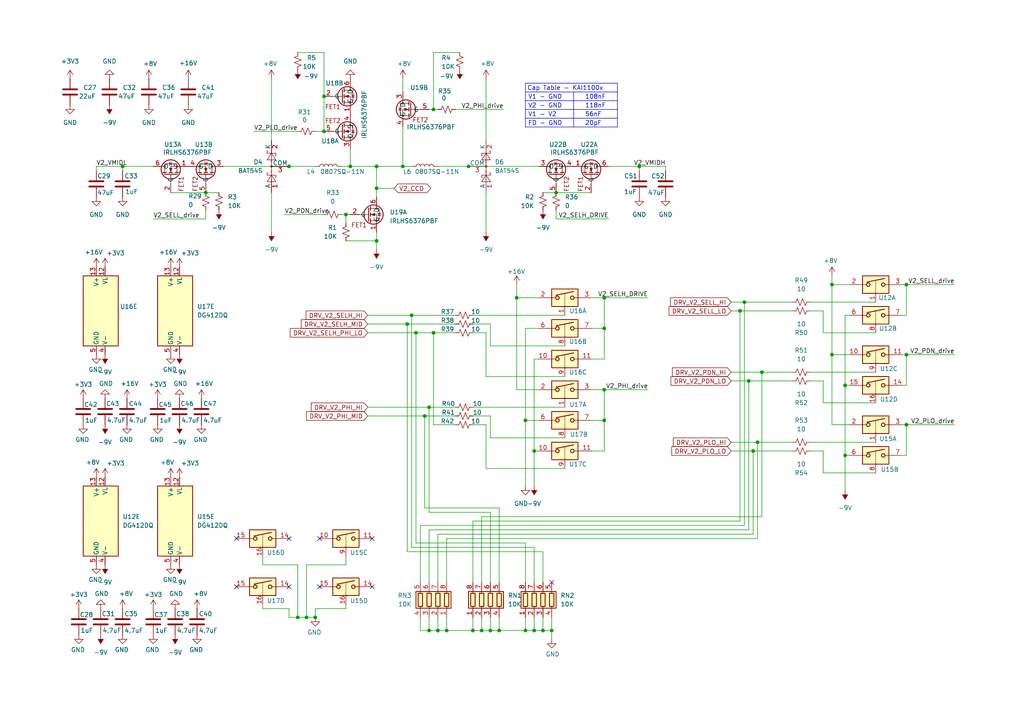
<source format=kicad_sch>
(kicad_sch (version 20231120) (generator "eeschema") (generator_version "8.0")
  (paper "A4")
  (title_block (title "Sitina 1 Sensor Board - V Adiabatic Drivers") (date "2024-03-25") (rev "R0.11") (company "Copyright 2024 Anhang Li, Wenting Zhang") (comment 2 "MERCHANTABILITY, SATISFACTORY QUALITY AND FITNESS FOR A PARTICULAR PURPOSE.") (comment 3 "This source is distributed WITHOUT ANY EXPRESS OR IMPLIED WARRANTY, INCLUDING OF") (comment 4 "This source describes Open Hardware and is licensed under the CERN-OHL-P v2."))
  (junction (at 262.89 82.55))
  (junction (at 214.63 90.17))
  (junction (at 125.73 96.52))
  (junction (at 101.6 48.26))
  (junction (at 88.9 179.07))
  (junction (at 35.56 48.26))
  (junction (at 175.26 121.92))
  (junction (at 123.19 120.65))
  (junction (at 129.54 182.88))
  (junction (at 109.22 54.61))
  (junction (at 93.98 38.1))
  (junction (at 219.71 128.27))
  (junction (at 119.38 91.44))
  (junction (at 116.84 48.26))
  (junction (at 245.11 132.08))
  (junction (at 245.11 111.76))
  (junction (at 125.73 31.75))
  (junction (at 91.44 179.07))
  (junction (at 161.29 55.88))
  (junction (at 262.89 123.19))
  (junction (at 218.44 130.81))
  (junction (at 215.9 87.63))
  (junction (at 139.7 182.88))
  (junction (at 83.82 48.26))
  (junction (at 135.89 48.26))
  (junction (at 152.4 182.88))
  (junction (at 118.11 93.98))
  (junction (at 124.46 182.88))
  (junction (at 109.22 48.26))
  (junction (at 124.46 118.11))
  (junction (at 154.94 182.88))
  (junction (at 137.16 182.88))
  (junction (at 175.26 95.25))
  (junction (at 175.26 86.36))
  (junction (at 220.98 107.95))
  (junction (at 152.4 121.92))
  (junction (at 144.78 182.88))
  (junction (at 59.69 55.88))
  (junction (at 241.3 82.55))
  (junction (at 157.48 182.88))
  (junction (at 127 182.88))
  (junction (at 154.94 130.81))
  (junction (at 160.02 182.88))
  (junction (at 217.17 110.49))
  (junction (at 100.33 62.23))
  (junction (at 109.22 69.85))
  (junction (at 86.36 179.07))
  (junction (at 175.26 113.03))
  (junction (at 149.86 86.36))
  (junction (at 241.3 102.87))
  (junction (at 185.42 48.26))
  (junction (at 93.98 27.94))
  (junction (at 120.65 96.52))
  (junction (at 142.24 182.88))
  (junction (at 262.89 102.87))
  (no_connect (at 68.58 156.21))
  (no_connect (at 107.95 156.21))
  (no_connect (at 92.71 156.21))
  (no_connect (at 83.82 170.18))
  (no_connect (at 68.58 170.18))
  (no_connect (at 83.82 156.21))
  (no_connect (at 107.95 170.18))
  (no_connect (at 160.02 168.91))
  (no_connect (at 92.71 170.18))
  (wire (pts (xy 109.22 48.26) (xy 109.22 54.61)))
  (wire (pts (xy 78.74 22.86) (xy 78.74 40.64)))
  (wire (pts (xy 139.7 179.07) (xy 139.7 182.88)))
  (wire (pts (xy 137.16 168.91) (xy 137.16 151.13)))
  (wire (pts (xy 63.5 55.88) (xy 59.69 55.88)))
  (wire (pts (xy 262.89 82.55) (xy 262.89 91.44)))
  (wire (pts (xy 35.56 48.26) (xy 35.56 49.53)))
  (wire (pts (xy 212.09 107.95) (xy 220.98 107.95)))
  (wire (pts (xy 234.95 87.63) (xy 254 87.63)))
  (wire (pts (xy 175.26 113.03) (xy 187.96 113.03)))
  (wire (pts (xy 185.42 48.26) (xy 185.42 49.53)))
  (wire (pts (xy 137.16 91.44) (xy 163.83 91.44)))
  (wire (pts (xy 44.45 63.5) (xy 59.69 63.5)))
  (wire (pts (xy 245.11 111.76) (xy 246.38 111.76)))
  (polyline (pts (xy 152.4 29.21) (xy 179.07 29.21)))
  (wire (pts (xy 142.24 148.59) (xy 142.24 168.91)))
  (wire (pts (xy 127 179.07) (xy 127 182.88)))
  (wire (pts (xy 129.54 156.21) (xy 129.54 168.91)))
  (wire (pts (xy 76.2 176.53) (xy 83.82 176.53)))
  (wire (pts (xy 59.69 63.5) (xy 59.69 60.96)))
  (wire (pts (xy 142.24 100.33) (xy 163.83 100.33)))
  (polyline (pts (xy 179.07 24.13) (xy 179.07 36.83)))
  (wire (pts (xy 261.62 123.19) (xy 262.89 123.19)))
  (wire (pts (xy 261.62 102.87) (xy 262.89 102.87)))
  (wire (pts (xy 142.24 127) (xy 163.83 127)))
  (wire (pts (xy 137.16 123.19) (xy 140.97 123.19)))
  (wire (pts (xy 118.11 160.02) (xy 157.48 160.02)))
  (wire (pts (xy 137.16 118.11) (xy 163.83 118.11)))
  (wire (pts (xy 245.11 132.08) (xy 246.38 132.08)))
  (wire (pts (xy 262.89 82.55) (xy 276.86 82.55)))
  (wire (pts (xy 93.98 15.24) (xy 86.36 15.24)))
  (wire (pts (xy 116.84 48.26) (xy 119.38 48.26)))
  (wire (pts (xy 154.94 158.75) (xy 154.94 168.91)))
  (wire (pts (xy 218.44 154.94) (xy 127 154.94)))
  (wire (pts (xy 124.46 153.67) (xy 124.46 168.91)))
  (wire (pts (xy 125.73 31.75) (xy 127 31.75)))
  (wire (pts (xy 101.6 43.18) (xy 101.6 48.26)))
  (wire (pts (xy 99.06 48.26) (xy 101.6 48.26)))
  (wire (pts (xy 163.83 135.89) (xy 140.97 135.89)))
  (wire (pts (xy 27.94 48.26) (xy 35.56 48.26)))
  (wire (pts (xy 245.11 142.24) (xy 245.11 132.08)))
  (wire (pts (xy 217.17 110.49) (xy 217.17 153.67)))
  (wire (pts (xy 245.11 132.08) (xy 245.11 111.76)))
  (wire (pts (xy 139.7 149.86) (xy 139.7 168.91)))
  (wire (pts (xy 241.3 80.01) (xy 241.3 82.55)))
  (wire (pts (xy 219.71 128.27) (xy 229.87 128.27)))
  (wire (pts (xy 120.65 96.52) (xy 120.65 157.48)))
  (wire (pts (xy 140.97 55.88) (xy 140.97 67.31)))
  (wire (pts (xy 149.86 86.36) (xy 156.21 86.36)))
  (wire (pts (xy 127 48.26) (xy 135.89 48.26)))
  (wire (pts (xy 88.9 163.83) (xy 100.33 163.83)))
  (wire (pts (xy 140.97 109.22) (xy 163.83 109.22)))
  (wire (pts (xy 106.68 120.65) (xy 123.19 120.65)))
  (wire (pts (xy 171.45 113.03) (xy 175.26 113.03)))
  (wire (pts (xy 124.46 182.88) (xy 121.92 182.88)))
  (wire (pts (xy 118.11 93.98) (xy 132.08 93.98)))
  (wire (pts (xy 218.44 130.81) (xy 218.44 154.94)))
  (wire (pts (xy 175.26 130.81) (xy 175.26 121.92)))
  (wire (pts (xy 262.89 91.44) (xy 261.62 91.44)))
  (wire (pts (xy 154.94 104.14) (xy 156.21 104.14)))
  (polyline (pts (xy 152.4 26.67) (xy 179.07 26.67)))
  (wire (pts (xy 109.22 48.26) (xy 116.84 48.26)))
  (wire (pts (xy 144.78 179.07) (xy 144.78 182.88)))
  (wire (pts (xy 241.3 82.55) (xy 246.38 82.55)))
  (wire (pts (xy 149.86 113.03) (xy 149.86 86.36)))
  (wire (pts (xy 171.45 55.88) (xy 161.29 55.88)))
  (wire (pts (xy 214.63 151.13) (xy 214.63 90.17)))
  (wire (pts (xy 135.89 48.26) (xy 156.21 48.26)))
  (wire (pts (xy 175.26 95.25) (xy 171.45 95.25)))
  (wire (pts (xy 125.73 96.52) (xy 132.08 96.52)))
  (wire (pts (xy 93.98 15.24) (xy 93.98 27.94)))
  (wire (pts (xy 49.53 55.88) (xy 59.69 55.88)))
  (wire (pts (xy 116.84 36.83) (xy 116.84 48.26)))
  (wire (pts (xy 86.36 179.07) (xy 88.9 179.07)))
  (wire (pts (xy 262.89 132.08) (xy 261.62 132.08)))
  (wire (pts (xy 129.54 182.88) (xy 127 182.88)))
  (wire (pts (xy 238.76 90.17) (xy 238.76 96.52)))
  (wire (pts (xy 152.4 95.25) (xy 156.21 95.25)))
  (wire (pts (xy 144.78 147.32) (xy 144.78 168.91)))
  (wire (pts (xy 93.98 27.94) (xy 93.98 38.1)))
  (wire (pts (xy 160.02 179.07) (xy 160.02 182.88)))
  (wire (pts (xy 157.48 179.07) (xy 157.48 182.88)))
  (polyline (pts (xy 179.07 36.83) (xy 152.4 36.83)))
  (wire (pts (xy 220.98 107.95) (xy 220.98 149.86)))
  (polyline (pts (xy 166.37 26.67) (xy 166.37 36.83)))
  (wire (pts (xy 83.82 48.26) (xy 91.44 48.26)))
  (wire (pts (xy 149.86 82.55) (xy 149.86 86.36)))
  (wire (pts (xy 212.09 87.63) (xy 215.9 87.63)))
  (wire (pts (xy 137.16 120.65) (xy 142.24 120.65)))
  (wire (pts (xy 123.19 120.65) (xy 123.19 147.32)))
  (wire (pts (xy 234.95 130.81) (xy 238.76 130.81)))
  (wire (pts (xy 83.82 176.53) (xy 83.82 179.07)))
  (wire (pts (xy 175.26 121.92) (xy 171.45 121.92)))
  (wire (pts (xy 124.46 31.75) (xy 125.73 31.75)))
  (polyline (pts (xy 152.4 24.13) (xy 179.07 24.13)))
  (wire (pts (xy 91.44 38.1) (xy 93.98 38.1)))
  (wire (pts (xy 137.16 93.98) (xy 142.24 93.98)))
  (wire (pts (xy 109.22 54.61) (xy 109.22 57.15)))
  (wire (pts (xy 119.38 158.75) (xy 154.94 158.75)))
  (wire (pts (xy 118.11 93.98) (xy 118.11 160.02)))
  (wire (pts (xy 171.45 130.81) (xy 175.26 130.81)))
  (wire (pts (xy 193.04 49.53) (xy 193.04 48.26)))
  (wire (pts (xy 220.98 107.95) (xy 229.87 107.95)))
  (wire (pts (xy 76.2 161.29) (xy 76.2 163.83)))
  (wire (pts (xy 106.68 91.44) (xy 119.38 91.44)))
  (wire (pts (xy 64.77 48.26) (xy 83.82 48.26)))
  (wire (pts (xy 175.26 95.25) (xy 175.26 104.14)))
  (wire (pts (xy 116.84 22.86) (xy 116.84 26.67)))
  (wire (pts (xy 152.4 140.97) (xy 152.4 121.92)))
  (wire (pts (xy 238.76 96.52) (xy 254 96.52)))
  (wire (pts (xy 100.33 176.53) (xy 100.33 175.26)))
  (wire (pts (xy 124.46 118.11) (xy 124.46 148.59)))
  (wire (pts (xy 175.26 86.36) (xy 175.26 95.25)))
  (wire (pts (xy 120.65 96.52) (xy 125.73 96.52)))
  (wire (pts (xy 124.46 148.59) (xy 142.24 148.59)))
  (wire (pts (xy 241.3 102.87) (xy 241.3 123.19)))
  (wire (pts (xy 152.4 182.88) (xy 144.78 182.88)))
  (wire (pts (xy 241.3 82.55) (xy 241.3 102.87)))
  (wire (pts (xy 82.55 62.23) (xy 93.98 62.23)))
  (wire (pts (xy 171.45 104.14) (xy 175.26 104.14)))
  (wire (pts (xy 215.9 152.4) (xy 215.9 87.63)))
  (wire (pts (xy 100.33 161.29) (xy 100.33 163.83)))
  (wire (pts (xy 101.6 48.26) (xy 109.22 48.26)))
  (polyline (pts (xy 152.4 31.75) (xy 179.07 31.75)))
  (wire (pts (xy 140.97 123.19) (xy 140.97 135.89)))
  (wire (pts (xy 125.73 15.24) (xy 133.35 15.24)))
  (wire (pts (xy 124.46 179.07) (xy 124.46 182.88)))
  (wire (pts (xy 106.68 118.11) (xy 124.46 118.11)))
  (wire (pts (xy 142.24 93.98) (xy 142.24 100.33)))
  (wire (pts (xy 262.89 102.87) (xy 262.89 111.76)))
  (wire (pts (xy 137.16 182.88) (xy 129.54 182.88)))
  (wire (pts (xy 86.36 38.1) (xy 73.66 38.1)))
  (wire (pts (xy 132.08 31.75) (xy 146.05 31.75)))
  (wire (pts (xy 88.9 163.83) (xy 88.9 179.07)))
  (wire (pts (xy 100.33 69.85) (xy 109.22 69.85)))
  (wire (pts (xy 132.08 123.19) (xy 125.73 123.19)))
  (wire (pts (xy 262.89 102.87) (xy 276.86 102.87)))
  (wire (pts (xy 27.94 49.53) (xy 27.94 48.26)))
  (wire (pts (xy 214.63 90.17) (xy 229.87 90.17)))
  (wire (pts (xy 220.98 149.86) (xy 139.7 149.86)))
  (wire (pts (xy 137.16 179.07) (xy 137.16 182.88)))
  (wire (pts (xy 142.24 182.88) (xy 139.7 182.88)))
  (wire (pts (xy 121.92 152.4) (xy 215.9 152.4)))
  (wire (pts (xy 125.73 15.24) (xy 125.73 31.75)))
  (wire (pts (xy 245.11 111.76) (xy 245.11 91.44)))
  (wire (pts (xy 91.44 176.53) (xy 100.33 176.53)))
  (wire (pts (xy 123.19 147.32) (xy 144.78 147.32)))
  (wire (pts (xy 234.95 110.49) (xy 238.76 110.49)))
  (polyline (pts (xy 152.4 34.29) (xy 179.07 34.29)))
  (wire (pts (xy 152.4 121.92) (xy 152.4 95.25)))
  (wire (pts (xy 100.33 62.23) (xy 100.33 64.77)))
  (wire (pts (xy 140.97 22.86) (xy 140.97 40.64)))
  (wire (pts (xy 127 154.94) (xy 127 168.91)))
  (wire (pts (xy 123.19 120.65) (xy 132.08 120.65)))
  (wire (pts (xy 238.76 116.84) (xy 254 116.84)))
  (wire (pts (xy 185.42 48.26) (xy 176.53 48.26)))
  (wire (pts (xy 262.89 123.19) (xy 276.86 123.19)))
  (wire (pts (xy 142.24 179.07) (xy 142.24 182.88)))
  (wire (pts (xy 217.17 153.67) (xy 124.46 153.67)))
  (wire (pts (xy 119.38 91.44) (xy 119.38 158.75)))
  (wire (pts (xy 125.73 96.52) (xy 125.73 123.19)))
  (wire (pts (xy 212.09 90.17) (xy 214.63 90.17)))
  (wire (pts (xy 157.48 55.88) (xy 161.29 55.88)))
  (wire (pts (xy 119.38 91.44) (xy 132.08 91.44)))
  (wire (pts (xy 175.26 113.03) (xy 175.26 121.92)))
  (wire (pts (xy 76.2 163.83) (xy 86.36 163.83)))
  (wire (pts (xy 161.29 63.5) (xy 161.29 60.96)))
  (wire (pts (xy 121.92 182.88) (xy 121.92 179.07)))
  (wire (pts (xy 142.24 120.65) (xy 142.24 127)))
  (wire (pts (xy 217.17 110.49) (xy 229.87 110.49)))
  (wire (pts (xy 109.22 72.39) (xy 109.22 69.85)))
  (wire (pts (xy 160.02 182.88) (xy 157.48 182.88)))
  (wire (pts (xy 88.9 179.07) (xy 91.44 179.07)))
  (wire (pts (xy 154.94 130.81) (xy 156.21 130.81)))
  (wire (pts (xy 99.06 62.23) (xy 100.33 62.23)))
  (wire (pts (xy 100.33 62.23) (xy 101.6 62.23)))
  (wire (pts (xy 241.3 102.87) (xy 246.38 102.87)))
  (polyline (pts (xy 152.4 24.13) (xy 152.4 36.83)))
  (wire (pts (xy 154.94 182.88) (xy 152.4 182.88)))
  (wire (pts (xy 76.2 175.26) (xy 76.2 176.53)))
  (wire (pts (xy 120.65 157.48) (xy 152.4 157.48)))
  (wire (pts (xy 245.11 91.44) (xy 246.38 91.44)))
  (wire (pts (xy 212.09 110.49) (xy 217.17 110.49)))
  (wire (pts (xy 234.95 128.27) (xy 254 128.27)))
  (wire (pts (xy 157.48 182.88) (xy 154.94 182.88)))
  (wire (pts (xy 176.53 63.5) (xy 161.29 63.5)))
  (wire (pts (xy 171.45 86.36) (xy 175.26 86.36)))
  (wire (pts (xy 154.94 179.07) (xy 154.94 182.88)))
  (wire (pts (xy 91.44 179.07) (xy 91.44 176.53)))
  (wire (pts (xy 83.82 179.07) (xy 86.36 179.07)))
  (wire (pts (xy 129.54 179.07) (xy 129.54 182.88)))
  (wire (pts (xy 238.76 130.81) (xy 238.76 137.16)))
  (wire (pts (xy 109.22 69.85) (xy 109.22 67.31)))
  (wire (pts (xy 218.44 130.81) (xy 229.87 130.81)))
  (wire (pts (xy 139.7 182.88) (xy 137.16 182.88)))
  (wire (pts (xy 175.26 86.36) (xy 187.96 86.36)))
  (wire (pts (xy 219.71 128.27) (xy 219.71 156.21)))
  (wire (pts (xy 121.92 168.91) (xy 121.92 152.4)))
  (wire (pts (xy 152.4 121.92) (xy 156.21 121.92)))
  (wire (pts (xy 154.94 130.81) (xy 154.94 104.14)))
  (wire (pts (xy 193.04 48.26) (xy 185.42 48.26)))
  (wire (pts (xy 152.4 157.48) (xy 152.4 168.91)))
  (wire (pts (xy 262.89 111.76) (xy 261.62 111.76)))
  (wire (pts (xy 241.3 123.19) (xy 246.38 123.19)))
  (wire (pts (xy 137.16 151.13) (xy 214.63 151.13)))
  (wire (pts (xy 212.09 130.81) (xy 218.44 130.81)))
  (wire (pts (xy 261.62 82.55) (xy 262.89 82.55)))
  (wire (pts (xy 106.68 96.52) (xy 120.65 96.52)))
  (wire (pts (xy 137.16 96.52) (xy 140.97 96.52)))
  (wire (pts (xy 157.48 160.02) (xy 157.48 168.91)))
  (wire (pts (xy 140.97 96.52) (xy 140.97 109.22)))
  (wire (pts (xy 262.89 123.19) (xy 262.89 132.08)))
  (wire (pts (xy 238.76 137.16) (xy 254 137.16)))
  (wire (pts (xy 109.22 54.61) (xy 114.3 54.61)))
  (wire (pts (xy 160.02 182.88) (xy 160.02 185.42)))
  (wire (pts (xy 234.95 90.17) (xy 238.76 90.17)))
  (wire (pts (xy 212.09 128.27) (xy 219.71 128.27)))
  (wire (pts (xy 35.56 48.26) (xy 44.45 48.26)))
  (wire (pts (xy 215.9 87.63) (xy 229.87 87.63)))
  (wire (pts (xy 78.74 55.88) (xy 78.74 67.31)))
  (wire (pts (xy 106.68 93.98) (xy 118.11 93.98)))
  (wire (pts (xy 127 182.88) (xy 124.46 182.88)))
  (wire (pts (xy 154.94 140.97) (xy 154.94 130.81)))
  (wire (pts (xy 86.36 163.83) (xy 86.36 179.07)))
  (wire (pts (xy 144.78 182.88) (xy 142.24 182.88)))
  (wire (pts (xy 152.4 179.07) (xy 152.4 182.88)))
  (wire (pts (xy 238.76 110.49) (xy 238.76 116.84)))
  (wire (pts (xy 156.21 113.03) (xy 149.86 113.03)))
  (wire (pts (xy 124.46 118.11) (xy 132.08 118.11)))
  (wire (pts (xy 219.71 156.21) (xy 129.54 156.21)))
  (wire (pts (xy 234.95 107.95) (xy 254 107.95)))
  (text "118nF" (at 169.672 31.496 0) (effects (font (size 1.27 1.27)) (justify left bottom)))
  (text "V1 - V2" (at 153.162 34.036 0) (effects (font (size 1.27 1.27)) (justify left bottom)))
  (text "Cap Table - KAI1100x" (at 152.908 26.416 0) (effects (font (size 1.27 1.27)) (justify left bottom)))
  (text "108nF" (at 169.672 28.956 0) (effects (font (size 1.27 1.27)) (justify left bottom)))
  (text "FD - GND" (at 153.162 36.576 0) (effects (font (size 1.27 1.27)) (justify left bottom)))
  (text "56nF" (at 169.672 34.036 0) (effects (font (size 1.27 1.27)) (justify left bottom)))
  (text "V2 - GND" (at 153.162 31.496 0) (effects (font (size 1.27 1.27)) (justify left bottom)))
  (text "20pF" (at 169.672 36.576 0) (effects (font (size 1.27 1.27)) (justify left bottom)))
  (text "V1 - GND" (at 153.162 28.956 0) (effects (font (size 1.27 1.27)) (justify left bottom)))
  (label "V2_SELH_DRIVE" (at 187.96 86.36 180))
  (label "V2_SELH_DRIVE" (at 176.53 63.5 180))
  (label "V2_SELL_drive" (at 276.86 82.55 180))
  (label "V2_PDN_drive" (at 276.86 102.87 180))
  (label "V2_PHI_drive" (at 146.05 31.75 180))
  (label "V2_PHI_drive" (at 187.96 113.03 180))
  (label "V2_VMIDL" (at 27.94 48.26 0))
  (label "V2_PLO_drive" (at 276.86 123.19 180))
  (label "V2_SELL_drive" (at 44.45 63.5 0))
  (label "V2_PDN_drive" (at 82.55 62.23 0))
  (label "V2_VMIDH" (at 193.04 48.26 180))
  (label "V2_PLO_drive" (at 73.66 38.1 0))
  (global_label "DRV_V2_PHI_MID" (shape input) (at 106.68 120.65 180) (property "Intersheetrefs" "${INTERSHEET_REFS}" (effects (hide yes))))
  (global_label "DRV_V2_SELL_LO" (shape input) (at 212.09 90.17 180) (property "Intersheetrefs" "${INTERSHEET_REFS}" (effects (hide yes))))
  (global_label "DRV_V2_SELH_MID" (shape input) (at 106.68 93.98 180) (property "Intersheetrefs" "${INTERSHEET_REFS}" (effects (hide yes))))
  (global_label "DRV_V2_PDN_LO" (shape input) (at 212.09 110.49 180) (property "Intersheetrefs" "${INTERSHEET_REFS}" (effects (hide yes))))
  (global_label "DRV_V2_PLO_LO" (shape input) (at 212.09 130.81 180) (property "Intersheetrefs" "${INTERSHEET_REFS}" (effects (hide yes))))
  (global_label "DRV_V2_SELL_HI" (shape input) (at 212.09 87.63 180) (property "Intersheetrefs" "${INTERSHEET_REFS}" (effects (hide yes))))
  (global_label "DRV_V2_PHI_HI" (shape input) (at 106.68 118.11 180) (property "Intersheetrefs" "${INTERSHEET_REFS}" (effects (hide yes))))
  (global_label "DRV_V2_SELH_PHI_LO" (shape input) (at 106.68 96.52 180) (property "Intersheetrefs" "${INTERSHEET_REFS}" (effects (hide yes))))
  (global_label "DRV_V2_PDN_HI" (shape input) (at 212.09 107.95 180) (property "Intersheetrefs" "${INTERSHEET_REFS}" (effects (hide yes))))
  (global_label "V2_CCD" (shape bidirectional) (at 114.3 54.61 0) (property "Intersheetrefs" "${INTERSHEET_REFS}" (effects (hide yes))))
  (global_label "DRV_V2_PLO_HI" (shape input) (at 212.09 128.27 180) (property "Intersheetrefs" "${INTERSHEET_REFS}" (effects (hide yes))))
  (global_label "DRV_V2_SELH_HI" (shape input) (at 106.68 91.44 180) (property "Intersheetrefs" "${INTERSHEET_REFS}" (effects (hide yes))))
  (symbol (lib_name "GND_1") (lib_id "power:GND") (at 27.94 57.15 0) (unit 1)
    (property "Reference" "#PWR0102" (effects (hide yes)))
    (property "Value" "GND" (at 27.94 62.23 0))
    (property "Description" "Power symbol creates a global label with name \"GND\" , ground" (effects (hide yes)))
  )
  (symbol (lib_id "Device:C") (at 35.56 180.34 180) (unit 1)
    (property "Reference" "C35" (at 36.068 178.054 0) (effects (justify right)))
    (property "Value" "4.7uF" (at 36.068 182.88 0) (effects (justify right)))
    (property "Footprint" "Capacitor_SMD:C_0603_1608Metric" (effects (hide yes)))
  )
  (symbol (lib_id "power:GND") (at 22.86 184.15 0) (mirror y) (unit 1)
    (property "Reference" "#PWR0101" (effects (hide yes)))
    (property "Value" "GND" (at 22.606 188.468 0))
  )
  (symbol (lib_id "Device:C") (at 20.32 26.67 180) (unit 1)
    (property "Reference" "C27" (at 24.13 25.4 0) (effects (justify right)))
    (property "Value" "22uF" (at 22.86 27.94 0) (effects (justify right)))
    (property "Footprint" "Capacitor_SMD:C_0805_2012Metric" (effects (hide yes)))
  )
  (symbol (lib_id "power:+3V3") (at 24.13 115.57 0) (unit 1)
    (property "Reference" "#PWR0132" (effects (hide yes)))
    (property "Value" "+3V3" (at 24.13 111.506 0))
    (property "Description" "Power symbol creates a global label with name \"+3V3\"" (effects (hide yes)))
  )
  (symbol (lib_id "power:+8V") (at 241.3 80.01 0) (mirror y) (unit 1)
    (property "Reference" "#PWR0187" (effects (hide yes)))
    (property "Value" "+8V" (at 240.919 75.6158 0))
  )
  (symbol (lib_id "Analog_Switch:DG412xY") (at 100.33 156.21 0) (unit 3)
    (property "Reference" "U15" (at 104.14 160.274 0))
    (property "Value" "DG412DQ" (effects (hide yes)))
    (property "Footprint" "Package_SO:TSSOP-16_4.4x5mm_P0.65mm" (effects (hide yes)))
    (property "Datasheet" "https://datasheets.maximintegrated.com/en/ds/DG411-DG413.pdf" (effects (hide yes)))
    (property "Description" "Quad SPST Monolithic CMOS Analog Switches, normally OFF, 17Ohm Ron, SOIC-16" (effects (hide yes)))
  )
  (symbol (lib_id "Device:C") (at 24.13 119.38 180) (unit 1)
    (property "Reference" "C42" (at 24.384 117.348 0) (effects (justify right)))
    (property "Value" "1uF" (at 24.638 121.92 0) (effects (justify right)))
    (property "Footprint" "Capacitor_SMD:C_0402_1005Metric" (effects (hide yes)))
  )
  (symbol (lib_id "Analog_Switch:DG412xY") (at 163.83 121.92 0) (unit 2)
    (property "Reference" "U17" (at 167.894 125.984 0))
    (property "Value" "DG412DQ" (effects (hide yes)))
    (property "Footprint" "Package_SO:TSSOP-16_4.4x5mm_P0.65mm" (effects (hide yes)))
    (property "Datasheet" "https://datasheets.maximintegrated.com/en/ds/DG411-DG413.pdf" (effects (hide yes)))
    (property "Description" "Quad SPST Monolithic CMOS Analog Switches, normally OFF, 17Ohm Ron, SOIC-16" (effects (hide yes)))
  )
  (symbol (lib_id "power:+8V") (at 78.74 22.86 0) (mirror y) (unit 1)
    (property "Reference" "#PWR0140" (effects (hide yes)))
    (property "Value" "+8V" (at 78.359 18.4658 0))
  )
  (symbol (lib_id "power:GND") (at 36.83 123.19 0) (mirror y) (unit 1)
    (property "Reference" "#PWR0145" (effects (hide yes)))
    (property "Value" "GND" (at 36.576 127.508 0))
  )
  (symbol (lib_id "Device:C") (at 44.45 180.34 180) (unit 1)
    (property "Reference" "C37" (at 44.704 178.308 0) (effects (justify right)))
    (property "Value" "1uF" (at 44.958 182.88 0) (effects (justify right)))
    (property "Footprint" "Capacitor_SMD:C_0402_1005Metric" (effects (hide yes)))
  )
  (symbol (lib_id "Diode:BAT54S") (at 78.74 48.26 90) (unit 1)
    (property "Reference" "D4" (at 76.2 46.99 90) (effects (justify left)))
    (property "Value" "BAT54S" (at 76.2 49.53 90) (effects (justify left)))
    (property "Footprint" "Package_TO_SOT_SMD:SOT-23" (effects (hide yes)))
    (property "Datasheet" "https://www.diodes.com/assets/Datasheets/ds11005.pdf" (effects (hide yes)))
  )
  (symbol (lib_id "symbols:+16V") (at 149.86 82.55 0) (unit 1)
    (property "Reference" "#PWR0173" (effects (hide yes)))
    (property "Value" "+16V" (at 147.066 78.74 0) (effects (justify left)))
  )
  (symbol (lib_name "DG412xY_5") (lib_id "Analog_Switch:DG412xY") (at 163.83 95.25 0) (unit 2)
    (property "Reference" "U16" (at 167.64 99.06 0))
    (property "Value" "DG412DQ" (effects (hide yes)))
    (property "Footprint" "Package_SO:TSSOP-16_4.4x5mm_P0.65mm" (effects (hide yes)))
    (property "Datasheet" "https://datasheets.maximintegrated.com/en/ds/DG411-DG413.pdf" (effects (hide yes)))
    (property "Description" "Quad SPST Monolithic CMOS Analog Switches, normally OFF, 17Ohm Ron, SOIC-16" (effects (hide yes)))
  )
  (symbol (lib_id "power:GND") (at 35.56 184.15 0) (mirror y) (unit 1)
    (property "Reference" "#PWR0115" (effects (hide yes)))
    (property "Value" "GND" (at 35.306 188.468 0))
  )
  (symbol (lib_id "power:+3V3") (at 30.48 138.43 0) (mirror y) (unit 1)
    (property "Reference" "#PWR0108" (effects (hide yes)))
    (property "Value" "+3V3" (at 33.528 134.366 0))
    (property "Description" "Power symbol creates a global label with name \"+3V3\"" (effects (hide yes)))
  )
  (symbol (lib_id "Device:R_Small_US") (at 133.35 17.78 180) (unit 1)
    (property "Reference" "R4" (at 128.016 16.764 0) (effects (justify right)))
    (property "Value" "10K" (at 128.016 19.304 0) (effects (justify right)))
    (property "Footprint" "Resistor_SMD:R_0402_1005Metric" (effects (hide yes)))
    (property "Description" "Resistor, small US symbol" (effects (hide yes)))
  )
  (symbol (lib_id "power:+8V") (at 49.53 138.43 0) (unit 1)
    (property "Reference" "#PWR0120" (effects (hide yes)))
    (property "Value" "+8V" (at 48.514 134.112 0))
  )
  (symbol (lib_id "symbols:+16V") (at 54.61 22.86 0) (unit 1)
    (property "Reference" "#PWR0130" (effects (hide yes)))
    (property "Value" "+16V" (at 54.61 18.288 0))
  )
  (symbol (lib_id "symbols:+16V") (at 27.94 77.47 0) (mirror y) (unit 1)
    (property "Reference" "#PWR0134" (effects (hide yes)))
    (property "Value" "+16V" (at 27.178 73.152 0))
  )
  (symbol (lib_id "Device:R_Pack04") (at 157.48 173.99 0) (unit 1)
    (property "Reference" "RN2" (at 162.56 172.7199 0) (effects (justify left)))
    (property "Value" "10K" (at 162.56 175.2599 0) (effects (justify left)))
    (property "Footprint" "Resistor_SMD:R_Array_Concave_4x0402" (effects (hide yes)))
    (property "Description" "4 resistor network, parallel topology" (effects (hide yes)))
  )
  (symbol (lib_id "power:-9V") (at 154.94 140.97 0) (mirror x) (unit 1)
    (property "Reference" "#PWR0178" (effects (hide yes)))
    (property "Value" "-9V" (at 154.94 146.05 0))
  )
  (symbol (lib_id "power:-9V") (at 30.48 123.19 180) (unit 1)
    (property "Reference" "#PWR0139" (effects (hide yes)))
    (property "Value" "-9V" (at 30.48 128.27 0))
  )
  (symbol (lib_id "power:-9V") (at 157.48 60.96 0) (mirror x) (unit 1)
    (property "Reference" "#PWR03" (effects (hide yes)))
    (property "Value" "-9V" (at 157.48 66.04 0))
  )
  (symbol (lib_name "GND_1") (lib_id "power:GND") (at 101.6 22.86 180) (unit 1)
    (property "Reference" "#PWR0154" (effects (hide yes)))
    (property "Value" "GND" (at 101.6 17.78 0))
    (property "Description" "Power symbol creates a global label with name \"GND\" , ground" (effects (hide yes)))
  )
  (symbol (lib_id "Device:C") (at 35.56 53.34 0) (unit 1)
    (property "Reference" "C33" (at 36.068 51.054 0) (effects (justify left)))
    (property "Value" "1uF" (at 36.322 55.626 0) (effects (justify left)))
    (property "Footprint" "Capacitor_SMD:C_0603_1608Metric" (effects (hide yes)))
    (property "Description" "Unpolarized capacitor" (effects (hide yes)))
  )
  (symbol (lib_id "power:GND") (at 160.02 185.42 0) (unit 1)
    (property "Reference" "#PWR02" (effects (hide yes)))
    (property "Value" "GND" (at 160.274 189.738 0))
  )
  (symbol (lib_name "DG412xY_1") (lib_id "Analog_Switch:DG412xY") (at 27.94 90.17 0) (unit 5)
    (property "Reference" "U16" (at 37.338 88.9 0))
    (property "Value" "DG412DQ" (effects (hide yes)))
    (property "Footprint" "Package_SO:TSSOP-16_4.4x5mm_P0.65mm" (effects (hide yes)))
    (property "Datasheet" "https://datasheets.maximintegrated.com/en/ds/DG411-DG413.pdf" (effects (hide yes)))
    (property "Description" "Quad SPST Monolithic CMOS Analog Switches, normally OFF, 17Ohm Ron, SOIC-16" (effects (hide yes)))
  )
  (symbol (lib_id "power:+3V3") (at 44.45 176.53 0) (unit 1)
    (property "Reference" "#PWR0118" (effects (hide yes)))
    (property "Value" "+3V3" (at 44.45 172.466 0))
    (property "Description" "Power symbol creates a global label with name \"+3V3\"" (effects (hide yes)))
  )
  (symbol (lib_id "Analog_Switch:DG412xY") (at 27.94 151.13 0) (unit 5)
    (property "Reference" "U12" (at 35.56 149.8599 0) (effects (justify left)))
    (property "Value" "DG412DQ" (at 35.56 152.3999 0) (effects (justify left)))
    (property "Footprint" "Package_SO:TSSOP-16_4.4x5mm_P0.65mm" (effects (hide yes)))
    (property "Datasheet" "https://datasheets.maximintegrated.com/en/ds/DG411-DG413.pdf" (effects (hide yes)))
    (property "Description" "Quad SPST Monolithic CMOS Analog Switches, normally OFF, 17Ohm Ron, SOIC-16" (effects (hide yes)))
  )
  (symbol (lib_id "power:+8V") (at 116.84 22.86 0) (unit 1)
    (property "Reference" "#PWR0164" (effects (hide yes)))
    (property "Value" "+8V" (at 117.221 18.4658 0))
  )
  (symbol (lib_id "Device:R_Small_US") (at 232.41 128.27 90) (unit 1)
    (property "Reference" "R53" (at 232.41 121.92 90))
    (property "Value" "10" (at 232.41 124.46 90))
    (property "Footprint" "Resistor_SMD:R_0402_1005Metric" (effects (hide yes)))
    (property "Description" "Resistor, small US symbol" (effects (hide yes)))
  )
  (symbol (lib_id "symbols:IRLHS6376PBF") (at 161.29 48.26 90) (unit 2)
    (property "Reference" "U22" (at 161.8643 41.91 90))
    (property "Value" "IRLHS6376PBF" (at 166.624 44.196 90))
    (property "Footprint" "Package_DFN_QFN:DFN-6-1EP_2x2mm_P0.65mm_EP1.01x1.7mm" (effects (hide yes)))
    (property "Datasheet" "https://www.infineon.com/dgdl/irlhs6376pbf.pdf?fileId=5546d462533600a401535663bef425af" (effects (hide yes)))
    (property "Description" "IRF HEXFET Power NMOS pair" (effects (hide yes)))
  )
  (symbol (lib_id "Device:C") (at 31.75 26.67 180) (unit 1)
    (property "Reference" "C32" (at 35.56 25.4 0) (effects (justify right)))
    (property "Value" "47uF" (at 34.29 27.94 0) (effects (justify right)))
    (property "Footprint" "Capacitor_SMD:C_0805_2012Metric" (effects (hide yes)))
  )
  (symbol (lib_id "symbols:+16V") (at 58.42 115.57 0) (unit 1)
    (property "Reference" "#PWR0155" (effects (hide yes)))
    (property "Value" "+16V" (at 59.182 111.252 0))
  )
  (symbol (lib_id "Device:L") (at 95.25 48.26 90) (unit 1)
    (property "Reference" "L4" (at 90.17 49.784 90))
    (property "Value" "0807SQ-11N" (at 99.314 49.784 90))
    (property "Footprint" "footprints:Coilcraft_0807SQ-11N" (effects (hide yes)))
    (property "Description" "Coilcraft SQ Series Aircore Inductor" (effects (hide yes)))
  )
  (symbol (lib_id "Device:C") (at 57.15 180.34 180) (unit 1)
    (property "Reference" "C40" (at 57.658 178.054 0) (effects (justify right)))
    (property "Value" "4.7uF" (at 57.658 182.88 0) (effects (justify right)))
    (property "Footprint" "Capacitor_SMD:C_0603_1608Metric" (effects (hide yes)))
  )
  (symbol (lib_name "IRLHS6376PBF_1") (lib_id "symbols:IRLHS6376PBF") (at 101.6 27.94 0) (unit 1)
    (property "Reference" "U18" (at 95.758 40.894 0))
    (property "Value" "IRLHS6376PBF" (at 105.664 33.274 90))
    (property "Footprint" "Package_DFN_QFN:DFN-6-1EP_2x2mm_P0.65mm_EP1.01x1.7mm" (effects (hide yes)))
    (property "Datasheet" "https://www.infineon.com/dgdl/irlhs6376pbf.pdf?fileId=5546d462533600a401535663bef425af" (effects (hide yes)))
    (property "Description" "IRF HEXFET Power NMOS pair" (effects (hide yes)))
  )
  (symbol (lib_id "Analog_Switch:DG412xY") (at 254 123.19 0) (unit 1)
    (property "Reference" "U15" (at 257.556 127.254 0))
    (property "Value" "DG412DQ" (effects (hide yes)))
    (property "Footprint" "Package_SO:TSSOP-16_4.4x5mm_P0.65mm" (effects (hide yes)))
    (property "Datasheet" "https://datasheets.maximintegrated.com/en/ds/DG411-DG413.pdf" (effects (hide yes)))
    (property "Description" "Quad SPST Monolithic CMOS Analog Switches, normally OFF, 17Ohm Ron, SOIC-16" (effects (hide yes)))
  )
  (symbol (lib_id "power:GND") (at 45.72 123.19 0) (mirror y) (unit 1)
    (property "Reference" "#PWR0147" (effects (hide yes)))
    (property "Value" "GND" (at 45.466 127.508 0))
  )
  (symbol (lib_id "Device:R_Small_US") (at 134.62 123.19 270) (unit 1)
    (property "Reference" "R42" (at 129.794 122.174 90))
    (property "Value" "10" (at 137.922 122.174 90))
    (property "Footprint" "Resistor_SMD:R_0402_1005Metric" (effects (hide yes)))
    (property "Description" "Resistor, small US symbol" (effects (hide yes)))
  )
  (symbol (lib_name "DG412xY_3") (lib_id "Analog_Switch:DG412xY") (at 163.83 104.14 0) (unit 3)
    (property "Reference" "U16" (at 167.64 107.95 0))
    (property "Value" "DG412DQ" (effects (hide yes)))
    (property "Footprint" "Package_SO:TSSOP-16_4.4x5mm_P0.65mm" (effects (hide yes)))
    (property "Datasheet" "https://datasheets.maximintegrated.com/en/ds/DG411-DG413.pdf" (effects (hide yes)))
    (property "Description" "Quad SPST Monolithic CMOS Analog Switches, normally OFF, 17Ohm Ron, SOIC-16" (effects (hide yes)))
  )
  (symbol (lib_id "Device:R_Small_US") (at 134.62 93.98 270) (unit 1)
    (property "Reference" "R38" (at 129.794 92.964 90))
    (property "Value" "10" (at 137.922 92.964 90))
    (property "Footprint" "Resistor_SMD:R_0402_1005Metric" (effects (hide yes)))
    (property "Description" "Resistor, small US symbol" (effects (hide yes)))
  )
  (symbol (lib_id "symbols:IRLHS6376PBF") (at 171.45 48.26 270) (mirror x) (unit 1)
    (property "Reference" "U22" (at 170.8757 41.91 90))
    (property "Value" "IRLHS6376PBF" (effects (hide yes)))
    (property "Footprint" "Package_DFN_QFN:DFN-6-1EP_2x2mm_P0.65mm_EP1.01x1.7mm" (effects (hide yes)))
    (property "Datasheet" "https://www.infineon.com/dgdl/irlhs6376pbf.pdf?fileId=5546d462533600a401535663bef425af" (effects (hide yes)))
    (property "Description" "IRF HEXFET Power NMOS pair" (effects (hide yes)))
  )
  (symbol (lib_id "Device:R_Small_US") (at 86.36 17.78 0) (mirror x) (unit 1)
    (property "Reference" "R5" (at 91.694 16.764 0) (effects (justify right)))
    (property "Value" "10K" (at 91.694 19.304 0) (effects (justify right)))
    (property "Footprint" "Resistor_SMD:R_0402_1005Metric" (effects (hide yes)))
    (property "Description" "Resistor, small US symbol" (effects (hide yes)))
  )
  (symbol (lib_id "Device:R_Small_US") (at 100.33 67.31 0) (mirror x) (unit 1)
    (property "Reference" "R1" (at 97.79 66.0399 0) (effects (justify right)))
    (property "Value" "10K" (at 97.79 68.5799 0) (effects (justify right)))
    (property "Footprint" "Resistor_SMD:R_0402_1005Metric" (effects (hide yes)))
    (property "Description" "Resistor, small US symbol" (effects (hide yes)))
  )
  (symbol (lib_id "power:+3V3") (at 20.32 22.86 0) (unit 1)
    (property "Reference" "#PWR098" (effects (hide yes)))
    (property "Value" "+3V3" (at 20.32 17.78 0))
    (property "Description" "Power symbol creates a global label with name \"+3V3\"" (effects (hide yes)))
  )
  (symbol (lib_id "power:-9V") (at 86.36 20.32 0) (mirror x) (unit 1)
    (property "Reference" "#PWR06" (effects (hide yes)))
    (property "Value" "-9V" (at 90.17 22.098 0))
  )
  (symbol (lib_id "power:GND") (at 27.94 163.83 0) (mirror y) (unit 1)
    (property "Reference" "#PWR0105" (effects (hide yes)))
    (property "Value" "GND" (at 27.686 168.148 0))
  )
  (symbol (lib_id "power:-9V") (at 52.07 102.87 180) (unit 1)
    (property "Reference" "#PWR0151" (effects (hide yes)))
    (property "Value" "-9V" (at 52.07 107.95 0))
  )
  (symbol (lib_id "Device:R_Pack04") (at 124.46 173.99 0) (mirror y) (unit 1)
    (property "Reference" "RN3" (at 119.38 172.7199 0) (effects (justify left)))
    (property "Value" "10K" (at 119.38 175.2599 0) (effects (justify left)))
    (property "Footprint" "Resistor_SMD:R_Array_Concave_4x0402" (effects (hide yes)))
    (property "Description" "4 resistor network, parallel topology" (effects (hide yes)))
  )
  (symbol (lib_id "Device:R_Small_US") (at 59.69 58.42 0) (unit 1)
    (property "Reference" "R29" (at 54.61 56.896 0) (effects (justify left)))
    (property "Value" "0" (at 54.61 59.436 0) (effects (justify left)))
    (property "Footprint" "Resistor_SMD:R_0402_1005Metric" (effects (hide yes)))
    (property "Description" "Resistor, small US symbol" (effects (hide yes)))
  )
  (symbol (lib_id "Device:C") (at 58.42 119.38 180) (unit 1)
    (property "Reference" "C47" (at 58.928 117.094 0) (effects (justify right)))
    (property "Value" "4.7uF" (at 58.928 121.92 0) (effects (justify right)))
    (property "Footprint" "Capacitor_SMD:C_0603_1608Metric" (effects (hide yes)))
  )
  (symbol (lib_id "power:-9V") (at 109.22 72.39 180) (unit 1)
    (property "Reference" "#PWR0157" (effects (hide yes)))
    (property "Value" "-9V" (at 109.22 77.47 0))
  )
  (symbol (lib_id "power:-9V") (at 30.48 102.87 180) (unit 1)
    (property "Reference" "#PWR0137" (effects (hide yes)))
    (property "Value" "-9V" (at 30.48 107.95 0))
  )
  (symbol (lib_name "DG412xY_4") (lib_id "Analog_Switch:DG412xY") (at 163.83 86.36 0) (unit 1)
    (property "Reference" "U16" (at 167.64 90.17 0))
    (property "Value" "DG412DQ" (effects (hide yes)))
    (property "Footprint" "Package_SO:TSSOP-16_4.4x5mm_P0.65mm" (effects (hide yes)))
    (property "Datasheet" "https://datasheets.maximintegrated.com/en/ds/DG411-DG413.pdf" (effects (hide yes)))
    (property "Description" "Quad SPST Monolithic CMOS Analog Switches, normally OFF, 17Ohm Ron, SOIC-16" (effects (hide yes)))
  )
  (symbol (lib_id "power:GND") (at 49.53 163.83 0) (mirror y) (unit 1)
    (property "Reference" "#PWR0121" (effects (hide yes)))
    (property "Value" "GND" (at 49.276 168.148 0))
  )
  (symbol (lib_id "Analog_Switch:DG412xY") (at 254 82.55 0) (unit 1)
    (property "Reference" "U12" (at 257.302 86.36 0))
    (property "Value" "DG412DQ" (effects (hide yes)))
    (property "Footprint" "Package_SO:TSSOP-16_4.4x5mm_P0.65mm" (effects (hide yes)))
    (property "Datasheet" "https://datasheets.maximintegrated.com/en/ds/DG411-DG413.pdf" (effects (hide yes)))
    (property "Description" "Quad SPST Monolithic CMOS Analog Switches, normally OFF, 17Ohm Ron, SOIC-16" (effects (hide yes)))
  )
  (symbol (lib_id "Analog_Switch:DG412xY") (at 254 111.76 0) (unit 4)
    (property "Reference" "U12" (at 257.81 115.824 0))
    (property "Value" "DG412DQ" (effects (hide yes)))
    (property "Footprint" "Package_SO:TSSOP-16_4.4x5mm_P0.65mm" (effects (hide yes)))
    (property "Datasheet" "https://datasheets.maximintegrated.com/en/ds/DG411-DG413.pdf" (effects (hide yes)))
    (property "Description" "Quad SPST Monolithic CMOS Analog Switches, normally OFF, 17Ohm Ron, SOIC-16" (effects (hide yes)))
  )
  (symbol (lib_id "power:-9V") (at 30.48 163.83 180) (unit 1)
    (property "Reference" "#PWR0109" (effects (hide yes)))
    (property "Value" "-9V" (at 30.48 168.91 0))
  )
  (symbol (lib_id "power:GND") (at 152.4 140.97 0) (mirror y) (unit 1)
    (property "Reference" "#PWR0177" (effects (hide yes)))
    (property "Value" "GND" (at 151.13 146.05 0))
  )
  (symbol (lib_name "GND_1") (lib_id "power:GND") (at 185.42 57.15 0) (mirror y) (unit 1)
    (property "Reference" "#PWR0179" (effects (hide yes)))
    (property "Value" "GND" (at 185.42 62.23 0))
    (property "Description" "Power symbol creates a global label with name \"GND\" , ground" (effects (hide yes)))
  )
  (symbol (lib_id "power:GND") (at 44.45 184.15 0) (mirror y) (unit 1)
    (property "Reference" "#PWR0119" (effects (hide yes)))
    (property "Value" "GND" (at 44.196 188.468 0))
  )
  (symbol (lib_id "Device:R_Small_US") (at 134.62 118.11 90) (unit 1)
    (property "Reference" "R40" (at 130.048 117.094 90))
    (property "Value" "10" (at 138.43 117.094 90))
    (property "Footprint" "Resistor_SMD:R_0402_1005Metric" (effects (hide yes)))
    (property "Description" "Resistor, small US symbol" (effects (hide yes)))
  )
  (symbol (lib_id "power:+3V3") (at 52.07 138.43 0) (mirror y) (unit 1)
    (property "Reference" "#PWR0124" (effects (hide yes)))
    (property "Value" "+3V3" (at 55.118 134.366 0))
    (property "Description" "Power symbol creates a global label with name \"+3V3\"" (effects (hide yes)))
  )
  (symbol (lib_id "symbols:IRLHS6376PBF") (at 59.69 48.26 270) (mirror x) (unit 2)
    (property "Reference" "U13" (at 59.1157 41.91 90))
    (property "Value" "IRLHS6376PBF" (at 54.356 44.196 90))
    (property "Footprint" "Package_DFN_QFN:DFN-6-1EP_2x2mm_P0.65mm_EP1.01x1.7mm" (effects (hide yes)))
    (property "Datasheet" "https://www.infineon.com/dgdl/irlhs6376pbf.pdf?fileId=5546d462533600a401535663bef425af" (effects (hide yes)))
    (property "Description" "IRF HEXFET Power NMOS pair" (effects (hide yes)))
  )
  (symbol (lib_id "symbols:+16V") (at 36.83 115.57 0) (unit 1)
    (property "Reference" "#PWR0144" (effects (hide yes)))
    (property "Value" "+16V" (at 37.592 111.252 0))
  )
  (symbol (lib_id "Device:R_Small_US") (at 63.5 58.42 180) (unit 1)
    (property "Reference" "R3" (at 66.04 57.1499 0) (effects (justify right)))
    (property "Value" "10K" (at 66.04 59.6899 0) (effects (justify right)))
    (property "Footprint" "Resistor_SMD:R_0402_1005Metric" (effects (hide yes)))
    (property "Description" "Resistor, small US symbol" (effects (hide yes)))
  )
  (symbol (lib_id "power:GND") (at 30.48 115.57 0) (mirror x) (unit 1)
    (property "Reference" "#PWR0138" (effects (hide yes)))
    (property "Value" "GND" (at 30.734 111.252 0))
  )
  (symbol (lib_id "power:-9V") (at 245.11 142.24 0) (mirror x) (unit 1)
    (property "Reference" "#PWR0192" (effects (hide yes)))
    (property "Value" "-9V" (at 245.11 147.32 0))
  )
  (symbol (lib_id "Device:R_Small_US") (at 232.41 130.81 270) (unit 1)
    (property "Reference" "R54" (at 232.41 137.16 90))
    (property "Value" "10" (at 232.41 134.62 90))
    (property "Footprint" "Resistor_SMD:R_0402_1005Metric" (effects (hide yes)))
    (property "Description" "Resistor, small US symbol" (effects (hide yes)))
  )
  (symbol (lib_id "Analog_Switch:DG412xY") (at 163.83 130.81 0) (unit 3)
    (property "Reference" "U17" (at 167.64 134.62 0))
    (property "Value" "DG412DQ" (effects (hide yes)))
    (property "Footprint" "Package_SO:TSSOP-16_4.4x5mm_P0.65mm" (effects (hide yes)))
    (property "Datasheet" "https://datasheets.maximintegrated.com/en/ds/DG411-DG413.pdf" (effects (hide yes)))
    (property "Description" "Quad SPST Monolithic CMOS Analog Switches, normally OFF, 17Ohm Ron, SOIC-16" (effects (hide yes)))
  )
  (symbol (lib_id "Device:C") (at 36.83 119.38 180) (unit 1)
    (property "Reference" "C44" (at 37.338 117.094 0) (effects (justify right)))
    (property "Value" "4.7uF" (at 37.338 121.92 0) (effects (justify right)))
    (property "Footprint" "Capacitor_SMD:C_0603_1608Metric" (effects (hide yes)))
  )
  (symbol (lib_id "Device:C") (at 30.48 119.38 180) (unit 1)
    (property "Reference" "C43" (at 30.734 117.094 0) (effects (justify right)))
    (property "Value" "4.7uF" (at 30.988 121.92 0) (effects (justify right)))
    (property "Footprint" "Capacitor_SMD:C_0603_1608Metric" (effects (hide yes)))
  )
  (symbol (lib_id "power:GND") (at 24.13 123.19 0) (mirror y) (unit 1)
    (property "Reference" "#PWR0133" (effects (hide yes)))
    (property "Value" "GND" (at 23.876 127.508 0))
  )
  (symbol (lib_id "Analog_Switch:DG412xY") (at 76.2 156.21 0) (unit 4)
    (property "Reference" "U16" (at 80.01 160.274 0))
    (property "Value" "DG412DQ" (effects (hide yes)))
    (property "Footprint" "Package_SO:TSSOP-16_4.4x5mm_P0.65mm" (effects (hide yes)))
    (property "Datasheet" "https://datasheets.maximintegrated.com/en/ds/DG411-DG413.pdf" (effects (hide yes)))
    (property "Description" "Quad SPST Monolithic CMOS Analog Switches, normally OFF, 17Ohm Ron, SOIC-16" (effects (hide yes)))
  )
  (symbol (lib_id "Analog_Switch:DG412xY") (at 76.2 170.18 0) (unit 4)
    (property "Reference" "U17" (at 80.01 174.244 0))
    (property "Value" "DG412DQ" (effects (hide yes)))
    (property "Footprint" "Package_SO:TSSOP-16_4.4x5mm_P0.65mm" (effects (hide yes)))
    (property "Datasheet" "https://datasheets.maximintegrated.com/en/ds/DG411-DG413.pdf" (effects (hide yes)))
    (property "Description" "Quad SPST Monolithic CMOS Analog Switches, normally OFF, 17Ohm Ron, SOIC-16" (effects (hide yes)))
  )
  (symbol (lib_id "Device:R_Small_US") (at 232.41 107.95 90) (unit 1)
    (property "Reference" "R51" (at 232.41 101.6 90))
    (property "Value" "10" (at 232.41 104.14 90))
    (property "Footprint" "Resistor_SMD:R_0402_1005Metric" (effects (hide yes)))
    (property "Description" "Resistor, small US symbol" (effects (hide yes)))
  )
  (symbol (lib_id "power:-9V") (at 140.97 67.31 180) (unit 1)
    (property "Reference" "#PWR0172" (effects (hide yes)))
    (property "Value" "-9V" (at 140.97 72.39 0))
  )
  (symbol (lib_id "Diode:BAT54S") (at 140.97 48.26 270) (mirror x) (unit 1)
    (property "Reference" "D6" (at 143.51 46.99 90) (effects (justify left)))
    (property "Value" "BAT54S" (at 143.51 49.53 90) (effects (justify left)))
    (property "Footprint" "Package_TO_SOT_SMD:SOT-23" (effects (hide yes)))
    (property "Datasheet" "https://www.diodes.com/assets/Datasheets/ds11005.pdf" (effects (hide yes)))
  )
  (symbol (lib_id "power:GND") (at 49.53 102.87 0) (mirror y) (unit 1)
    (property "Reference" "#PWR0149" (effects (hide yes)))
    (property "Value" "GND" (at 49.276 107.188 0))
  )
  (symbol (lib_id "Device:C") (at 43.18 26.67 180) (unit 1)
    (property "Reference" "C36" (at 46.99 25.4 0) (effects (justify right)))
    (property "Value" "47uF" (at 45.72 27.94 0) (effects (justify right)))
    (property "Footprint" "Capacitor_SMD:C_0805_2012Metric" (effects (hide yes)))
  )
  (symbol (lib_id "Device:R_Small_US") (at 129.54 31.75 270) (unit 1)
    (property "Reference" "R35" (at 127 26.416 90) (effects (justify left)))
    (property "Value" "0" (at 128.016 28.448 90) (effects (justify left)))
    (property "Footprint" "Resistor_SMD:R_0402_1005Metric" (effects (hide yes)))
    (property "Description" "Resistor, small US symbol" (effects (hide yes)))
  )
  (symbol (lib_id "power:-9V") (at 63.5 60.96 180) (unit 1)
    (property "Reference" "#PWR04" (effects (hide yes)))
    (property "Value" "-9V" (at 63.5 66.04 0))
  )
  (symbol (lib_id "Device:R_Small_US") (at 96.52 62.23 90) (unit 1)
    (property "Reference" "R33" (at 96.52 55.88 90))
    (property "Value" "0" (at 96.52 58.42 90))
    (property "Footprint" "Resistor_SMD:R_0402_1005Metric" (effects (hide yes)))
    (property "Description" "Resistor, small US symbol" (effects (hide yes)))
  )
  (symbol (lib_id "power:GND") (at 50.8 176.53 0) (mirror x) (unit 1)
    (property "Reference" "#PWR0122" (effects (hide yes)))
    (property "Value" "GND" (at 51.054 172.212 0))
  )
  (symbol (lib_id "Device:C") (at 185.42 53.34 0) (mirror y) (unit 1)
    (property "Reference" "C51" (at 184.912 51.054 0) (effects (justify left)))
    (property "Value" "1uF" (at 184.658 55.626 0) (effects (justify left)))
    (property "Footprint" "Capacitor_SMD:C_0603_1608Metric" (effects (hide yes)))
    (property "Description" "Unpolarized capacitor" (effects (hide yes)))
  )
  (symbol (lib_id "Device:R_Small_US") (at 134.62 120.65 270) (unit 1)
    (property "Reference" "R41" (at 130.048 119.634 90))
    (property "Value" "10" (at 138.43 119.634 90))
    (property "Footprint" "Resistor_SMD:R_0402_1005Metric" (effects (hide yes)))
    (property "Description" "Resistor, small US symbol" (effects (hide yes)))
  )
  (symbol (lib_id "power:-9V") (at 52.07 163.83 180) (unit 1)
    (property "Reference" "#PWR0125" (effects (hide yes)))
    (property "Value" "-9V" (at 52.07 168.91 0))
  )
  (symbol (lib_id "Device:R_Small_US") (at 161.29 58.42 0) (mirror y) (unit 1)
    (property "Reference" "R36" (at 163.83 57.1499 0) (effects (justify right)))
    (property "Value" "0" (at 163.83 59.6899 0) (effects (justify right)))
    (property "Footprint" "Resistor_SMD:R_0402_1005Metric" (effects (hide yes)))
    (property "Description" "Resistor, small US symbol" (effects (hide yes)))
  )
  (symbol (lib_id "power:GND") (at 91.44 179.07 0) (mirror y) (unit 1)
    (property "Reference" "#PWR01" (effects (hide yes)))
    (property "Value" "GND" (at 91.186 183.388 0))
  )
  (symbol (lib_id "power:GND") (at 29.21 176.53 0) (mirror x) (unit 1)
    (property "Reference" "#PWR0106" (effects (hide yes)))
    (property "Value" "GND" (at 29.464 172.212 0))
  )
  (symbol (lib_id "symbols:+16V") (at 49.53 77.47 0) (mirror y) (unit 1)
    (property "Reference" "#PWR0148" (effects (hide yes)))
    (property "Value" "+16V" (at 48.768 73.152 0))
  )
  (symbol (lib_id "Device:R_Small_US") (at 232.41 87.63 90) (unit 1)
    (property "Reference" "R49" (at 232.41 81.28 90))
    (property "Value" "10" (at 232.41 83.82 90))
    (property "Footprint" "Resistor_SMD:R_0402_1005Metric" (effects (hide yes)))
    (property "Description" "Resistor, small US symbol" (effects (hide yes)))
  )
  (symbol (lib_id "Device:C") (at 52.07 119.38 180) (unit 1)
    (property "Reference" "C46" (at 52.324 117.094 0) (effects (justify right)))
    (property "Value" "4.7uF" (at 52.578 121.92 0) (effects (justify right)))
    (property "Footprint" "Capacitor_SMD:C_0603_1608Metric" (effects (hide yes)))
  )
  (symbol (lib_id "power:GND") (at 31.75 22.86 180) (unit 1)
    (property "Reference" "#PWR0110" (effects (hide yes)))
    (property "Value" "GND" (at 31.75 17.78 0))
  )
  (symbol (lib_id "power:GND") (at 57.15 184.15 0) (mirror y) (unit 1)
    (property "Reference" "#PWR0129" (effects (hide yes)))
    (property "Value" "GND" (at 56.896 188.468 0))
  )
  (symbol (lib_id "Analog_Switch:DG412xY") (at 49.53 90.17 0) (unit 5)
    (property "Reference" "U17" (at 57.15 88.8999 0) (effects (justify left)))
    (property "Value" "DG412DQ" (at 57.15 91.4399 0) (effects (justify left)))
    (property "Footprint" "Package_SO:TSSOP-16_4.4x5mm_P0.65mm" (effects (hide yes)))
    (property "Datasheet" "https://datasheets.maximintegrated.com/en/ds/DG411-DG413.pdf" (effects (hide yes)))
    (property "Description" "Quad SPST Monolithic CMOS Analog Switches, normally OFF, 17Ohm Ron, SOIC-16" (effects (hide yes)))
  )
  (symbol (lib_id "power:-9V") (at 52.07 123.19 180) (unit 1)
    (property "Reference" "#PWR0153" (effects (hide yes)))
    (property "Value" "-9V" (at 52.07 128.27 0))
  )
  (symbol (lib_id "power:GND") (at 52.07 115.57 0) (mirror x) (unit 1)
    (property "Reference" "#PWR0152" (effects (hide yes)))
    (property "Value" "GND" (at 52.324 111.252 0))
  )
  (symbol (lib_id "Device:C") (at 193.04 53.34 0) (mirror y) (unit 1)
    (property "Reference" "C52" (at 192.786 51.054 0) (effects (justify left)))
    (property "Value" "47uF" (at 192.786 55.88 0) (effects (justify left)))
    (property "Footprint" "Capacitor_SMD:C_0805_2012Metric" (effects (hide yes)))
    (property "Description" "Unpolarized capacitor" (effects (hide yes)))
  )
  (symbol (lib_id "Device:C") (at 22.86 180.34 180) (unit 1)
    (property "Reference" "C28" (at 23.114 178.308 0) (effects (justify right)))
    (property "Value" "1uF" (at 23.368 182.88 0) (effects (justify right)))
    (property "Footprint" "Capacitor_SMD:C_0402_1005Metric" (effects (hide yes)))
  )
  (symbol (lib_id "Device:C") (at 54.61 26.67 180) (unit 1)
    (property "Reference" "C41" (at 58.42 25.4 0) (effects (justify right)))
    (property "Value" "47uF" (at 57.15 27.94 0) (effects (justify right)))
    (property "Footprint" "Capacitor_SMD:C_0805_2012Metric" (effects (hide yes)))
  )
  (symbol (lib_id "Device:R_Pack04") (at 142.24 173.99 0) (unit 1)
    (property "Reference" "RN1" (at 147.32 172.7199 0) (effects (justify left)))
    (property "Value" "10K" (at 147.32 175.2599 0) (effects (justify left)))
    (property "Footprint" "Resistor_SMD:R_Array_Concave_4x0402" (effects (hide yes)))
    (property "Description" "4 resistor network, parallel topology" (effects (hide yes)))
  )
  (symbol (lib_id "Device:C") (at 27.94 53.34 0) (unit 1)
    (property "Reference" "C29" (at 28.194 51.054 0) (effects (justify left)))
    (property "Value" "47uF" (at 28.194 55.88 0) (effects (justify left)))
    (property "Footprint" "Capacitor_SMD:C_0805_2012Metric" (effects (hide yes)))
    (property "Description" "Unpolarized capacitor" (effects (hide yes)))
  )
  (symbol (lib_id "power:+8V") (at 140.97 22.86 0) (unit 1)
    (property "Reference" "#PWR0171" (effects (hide yes)))
    (property "Value" "+8V" (at 141.351 18.4658 0))
  )
  (symbol (lib_id "Device:R_Small_US") (at 88.9 38.1 270) (unit 1)
    (property "Reference" "R31" (at 86.36 32.512 90) (effects (justify left)))
    (property "Value" "0" (at 87.63 34.798 90) (effects (justify left)))
    (property "Footprint" "Resistor_SMD:R_0402_1005Metric" (effects (hide yes)))
    (property "Description" "Resistor, small US symbol" (effects (hide yes)))
  )
  (symbol (lib_id "Device:R_Small_US") (at 232.41 110.49 270) (unit 1)
    (property "Reference" "R52" (at 232.41 116.84 90))
    (property "Value" "10" (at 232.41 114.3 90))
    (property "Footprint" "Resistor_SMD:R_0402_1005Metric" (effects (hide yes)))
    (property "Description" "Resistor, small US symbol" (effects (hide yes)))
  )
  (symbol (lib_id "Device:R_Small_US") (at 134.62 91.44 90) (unit 1)
    (property "Reference" "R37" (at 129.794 90.424 90))
    (property "Value" "10" (at 137.922 90.424 90))
    (property "Footprint" "Resistor_SMD:R_0402_1005Metric" (effects (hide yes)))
    (property "Description" "Resistor, small US symbol" (effects (hide yes)))
  )
  (symbol (lib_id "power:+3V3") (at 22.86 176.53 0) (unit 1)
    (property "Reference" "#PWR0100" (effects (hide yes)))
    (property "Value" "+3V3" (at 22.86 172.466 0))
    (property "Description" "Power symbol creates a global label with name \"+3V3\"" (effects (hide yes)))
  )
  (symbol (lib_id "Analog_Switch:DG412xY") (at 254 91.44 0) (unit 2)
    (property "Reference" "U12" (at 257.556 95.25 0))
    (property "Value" "DG412DQ" (effects (hide yes)))
    (property "Footprint" "Package_SO:TSSOP-16_4.4x5mm_P0.65mm" (effects (hide yes)))
    (property "Datasheet" "https://datasheets.maximintegrated.com/en/ds/DG411-DG413.pdf" (effects (hide yes)))
    (property "Description" "Quad SPST Monolithic CMOS Analog Switches, normally OFF, 17Ohm Ron, SOIC-16" (effects (hide yes)))
  )
  (symbol (lib_id "Device:L") (at 123.19 48.26 90) (unit 1)
    (property "Reference" "L6" (at 118.11 49.784 90))
    (property "Value" "0807SQ-11N" (at 126.746 49.784 90))
    (property "Footprint" "footprints:Coilcraft_0807SQ-11N" (effects (hide yes)))
    (property "Description" "Coilcraft SQ Series Aircore Inductor" (effects (hide yes)))
  )
  (symbol (lib_id "power:GND") (at 27.94 102.87 0) (mirror y) (unit 1)
    (property "Reference" "#PWR0135" (effects (hide yes)))
    (property "Value" "GND" (at 27.686 107.188 0))
  )
  (symbol (lib_id "power:+3V3") (at 30.48 77.47 0) (mirror y) (unit 1)
    (property "Reference" "#PWR0136" (effects (hide yes)))
    (property "Value" "+3V3" (at 33.528 73.406 0))
    (property "Description" "Power symbol creates a global label with name \"+3V3\"" (effects (hide yes)))
  )
  (symbol (lib_id "power:+3V3") (at 52.07 77.47 0) (mirror y) (unit 1)
    (property "Reference" "#PWR0150" (effects (hide yes)))
    (property "Value" "+3V3" (at 55.118 73.406 0))
    (property "Description" "Power symbol creates a global label with name \"+3V3\"" (effects (hide yes)))
  )
  (symbol (lib_id "Device:C") (at 29.21 180.34 180) (unit 1)
    (property "Reference" "C31" (at 29.464 178.054 0) (effects (justify right)))
    (property "Value" "4.7uF" (at 29.718 182.88 0) (effects (justify right)))
    (property "Footprint" "Capacitor_SMD:C_0603_1608Metric" (effects (hide yes)))
  )
  (symbol (lib_id "power:GND") (at 58.42 123.19 0) (mirror y) (unit 1)
    (property "Reference" "#PWR0156" (effects (hide yes)))
    (property "Value" "GND" (at 58.166 127.508 0))
  )
  (symbol (lib_id "power:-9V") (at 31.75 30.48 180) (unit 1)
    (property "Reference" "#PWR0111" (effects (hide yes)))
    (property "Value" "-9V" (at 31.75 35.56 0))
  )
  (symbol (lib_id "Analog_Switch:DG412xY") (at 254 132.08 0) (unit 2)
    (property "Reference" "U15" (at 258.064 136.144 0))
    (property "Value" "DG412DQ" (effects (hide yes)))
    (property "Footprint" "Package_SO:TSSOP-16_4.4x5mm_P0.65mm" (effects (hide yes)))
    (property "Datasheet" "https://datasheets.maximintegrated.com/en/ds/DG411-DG413.pdf" (effects (hide yes)))
    (property "Description" "Quad SPST Monolithic CMOS Analog Switches, normally OFF, 17Ohm Ron, SOIC-16" (effects (hide yes)))
  )
  (symbol (lib_id "power:-9V") (at 133.35 20.32 180) (unit 1)
    (property "Reference" "#PWR05" (effects (hide yes)))
    (property "Value" "-9V" (at 129.54 22.098 0))
  )
  (symbol (lib_id "power:+8V") (at 43.18 22.86 0) (unit 1)
    (property "Reference" "#PWR0116" (effects (hide yes)))
    (property "Value" "+8V" (at 43.561 18.4658 0))
  )
  (symbol (lib_id "Device:C") (at 50.8 180.34 180) (unit 1)
    (property "Reference" "C38" (at 51.054 178.054 0) (effects (justify right)))
    (property "Value" "4.7uF" (at 51.308 182.88 0) (effects (justify right)))
    (property "Footprint" "Capacitor_SMD:C_0603_1608Metric" (effects (hide yes)))
  )
  (symbol (lib_name "GND_1") (lib_id "power:GND") (at 35.56 57.15 0) (unit 1)
    (property "Reference" "#PWR0112" (effects (hide yes)))
    (property "Value" "GND" (at 35.56 62.23 0))
    (property "Description" "Power symbol creates a global label with name \"GND\" , ground" (effects (hide yes)))
  )
  (symbol (lib_id "symbols:IRLHS6376PBF") (at 49.53 48.26 90) (unit 1)
    (property "Reference" "U13" (at 50.1043 41.91 90))
    (property "Value" "IRLHS6376PBF" (effects (hide yes)))
    (property "Footprint" "Package_DFN_QFN:DFN-6-1EP_2x2mm_P0.65mm_EP1.01x1.7mm" (effects (hide yes)))
    (property "Datasheet" "https://www.infineon.com/dgdl/irlhs6376pbf.pdf?fileId=5546d462533600a401535663bef425af" (effects (hide yes)))
    (property "Description" "IRF HEXFET Power NMOS pair" (effects (hide yes)))
  )
  (symbol (lib_id "power:-9V") (at 50.8 184.15 180) (unit 1)
    (property "Reference" "#PWR0123" (effects (hide yes)))
    (property "Value" "-9V" (at 50.8 189.23 0))
  )
  (symbol (lib_id "Analog_Switch:DG412xY") (at 100.33 170.18 0) (unit 4)
    (property "Reference" "U15" (at 104.14 174.244 0))
    (property "Value" "DG412DQ" (effects (hide yes)))
    (property "Footprint" "Package_SO:TSSOP-16_4.4x5mm_P0.65mm" (effects (hide yes)))
    (property "Datasheet" "https://datasheets.maximintegrated.com/en/ds/DG411-DG413.pdf" (effects (hide yes)))
    (property "Description" "Quad SPST Monolithic CMOS Analog Switches, normally OFF, 17Ohm Ron, SOIC-16" (effects (hide yes)))
  )
  (symbol (lib_id "Device:R_Small_US") (at 232.41 90.17 270) (unit 1)
    (property "Reference" "R50" (at 232.41 96.52 90))
    (property "Value" "10" (at 232.41 93.98 90))
    (property "Footprint" "Resistor_SMD:R_0402_1005Metric" (effects (hide yes)))
    (property "Description" "Resistor, small US symbol" (effects (hide yes)))
  )
  (symbol (lib_id "symbols:IRLHS6376PBF") (at 116.84 31.75 0) (mirror y) (unit 2)
    (property "Reference" "U19" (at 124.206 25.4 0) (effects (justify left)))
    (property "Value" "IRLHS6376PBF" (at 132.08 36.83 0) (effects (justify left)))
    (property "Footprint" "Package_DFN_QFN:DFN-6-1EP_2x2mm_P0.65mm_EP1.01x1.7mm" (effects (hide yes)))
    (property "Datasheet" "https://www.infineon.com/dgdl/irlhs6376pbf.pdf?fileId=5546d462533600a401535663bef425af" (effects (hide yes)))
    (property "Description" "IRF HEXFET Power NMOS pair" (effects (hide yes)))
  )
  (symbol (lib_name "IRLHS6376PBF_2") (lib_id "symbols:IRLHS6376PBF") (at 101.6 38.1 0) (mirror x) (unit 2)
    (property "Reference" "U18" (at 97.028 24.13 0))
    (property "Value" "IRLHS6376PBF" (effects (hide yes)))
    (property "Footprint" "Package_DFN_QFN:DFN-6-1EP_2x2mm_P0.65mm_EP1.01x1.7mm" (effects (hide yes)))
    (property "Datasheet" "https://www.infineon.com/dgdl/irlhs6376pbf.pdf?fileId=5546d462533600a401535663bef425af" (effects (hide yes)))
    (property "Description" "IRF HEXFET Power NMOS pair" (effects (hide yes)))
  )
  (symbol (lib_id "Analog_Switch:DG412xY") (at 163.83 113.03 0) (unit 1)
    (property "Reference" "U17" (at 167.64 117.348 0))
    (property "Value" "DG412DQ" (effects (hide yes)))
    (property "Footprint" "Package_SO:TSSOP-16_4.4x5mm_P0.65mm" (effects (hide yes)))
    (property "Datasheet" "https://datasheets.maximintegrated.com/en/ds/DG411-DG413.pdf" (effects (hide yes)))
    (property "Description" "Quad SPST Monolithic CMOS Analog Switches, normally OFF, 17Ohm Ron, SOIC-16" (effects (hide yes)))
  )
  (symbol (lib_id "power:GND") (at 54.61 30.48 0) (unit 1)
    (property "Reference" "#PWR0131" (effects (hide yes)))
    (property "Value" "GND" (at 54.61 35.56 0))
  )
  (symbol (lib_id "Device:C") (at 45.72 119.38 180) (unit 1)
    (property "Reference" "C45" (at 45.974 117.348 0) (effects (justify right)))
    (property "Value" "1uF" (at 46.228 121.92 0) (effects (justify right)))
    (property "Footprint" "Capacitor_SMD:C_0402_1005Metric" (effects (hide yes)))
  )
  (symbol (lib_id "power:+8V") (at 35.56 176.53 0) (mirror y) (unit 1)
    (property "Reference" "#PWR0114" (effects (hide yes)))
    (property "Value" "+8V" (at 36.576 172.212 0))
  )
  (symbol (lib_id "power:+8V") (at 27.94 138.43 0) (unit 1)
    (property "Reference" "#PWR0104" (effects (hide yes)))
    (property "Value" "+8V" (at 26.924 134.112 0))
  )
  (symbol (lib_id "power:GND") (at 20.32 30.48 0) (mirror y) (unit 1)
    (property "Reference" "#PWR099" (effects (hide yes)))
    (property "Value" "GND" (at 20.32 35.56 0))
  )
  (symbol (lib_id "Device:R_Small_US") (at 157.48 58.42 0) (mirror x) (unit 1)
    (property "Reference" "R2" (at 154.94 57.1499 0) (effects (justify right)))
    (property "Value" "10K" (at 154.94 59.6899 0) (effects (justify right)))
    (property "Footprint" "Resistor_SMD:R_0402_1005Metric" (effects (hide yes)))
    (property "Description" "Resistor, small US symbol" (effects (hide yes)))
  )
  (symbol (lib_id "power:-9V") (at 78.74 67.31 0) (mirror x) (unit 1)
    (property "Reference" "#PWR0141" (effects (hide yes)))
    (property "Value" "-9V" (at 78.74 72.39 0))
  )
  (symbol (lib_id "Analog_Switch:DG412xY") (at 49.53 151.13 0) (unit 5)
    (property "Reference" "U15" (at 57.15 149.8599 0) (effects (justify left)))
    (property "Value" "DG412DQ" (at 57.15 152.3999 0) (effects (justify left)))
    (property "Footprint" "Package_SO:TSSOP-16_4.4x5mm_P0.65mm" (effects (hide yes)))
    (property "Datasheet" "https://datasheets.maximintegrated.com/en/ds/DG411-DG413.pdf" (effects (hide yes)))
    (property "Description" "Quad SPST Monolithic CMOS Analog Switches, normally OFF, 17Ohm Ron, SOIC-16" (effects (hide yes)))
  )
  (symbol (lib_id "symbols:IRLHS6376PBF") (at 109.22 62.23 0) (unit 1)
    (property "Reference" "U19" (at 113.03 61.5342 0) (effects (justify left)))
    (property "Value" "IRLHS6376PBF" (at 113.03 64.0742 0) (effects (justify left)))
    (property "Footprint" "Package_DFN_QFN:DFN-6-1EP_2x2mm_P0.65mm_EP1.01x1.7mm" (effects (hide yes)))
    (property "Datasheet" "https://www.infineon.com/dgdl/irlhs6376pbf.pdf?fileId=5546d462533600a401535663bef425af" (effects (hide yes)))
    (property "Description" "IRF HEXFET Power NMOS pair" (effects (hide yes)))
  )
  (symbol (lib_id "Device:R_Small_US") (at 134.62 96.52 270) (unit 1)
    (property "Reference" "R39" (at 129.794 95.504 90))
    (property "Value" "10" (at 137.922 95.504 90))
    (property "Footprint" "Resistor_SMD:R_0402_1005Metric" (effects (hide yes)))
    (property "Description" "Resistor, small US symbol" (effects (hide yes)))
  )
  (symbol (lib_id "power:-9V") (at 29.21 184.15 180) (unit 1)
    (property "Reference" "#PWR0107" (effects (hide yes)))
    (property "Value" "-9V" (at 29.21 189.23 0))
  )
  (symbol (lib_id "power:+3V3") (at 45.72 115.57 0) (unit 1)
    (property "Reference" "#PWR0146" (effects (hide yes)))
    (property "Value" "+3V3" (at 45.72 111.506 0))
    (property "Description" "Power symbol creates a global label with name \"+3V3\"" (effects (hide yes)))
  )
  (symbol (lib_id "Analog_Switch:DG412xY") (at 254 102.87 0) (unit 3)
    (property "Reference" "U12" (at 257.81 106.934 0))
    (property "Value" "DG412DQ" (effects (hide yes)))
    (property "Footprint" "Package_SO:TSSOP-16_4.4x5mm_P0.65mm" (effects (hide yes)))
    (property "Datasheet" "https://datasheets.maximintegrated.com/en/ds/DG411-DG413.pdf" (effects (hide yes)))
    (property "Description" "Quad SPST Monolithic CMOS Analog Switches, normally OFF, 17Ohm Ron, SOIC-16" (effects (hide yes)))
  )
  (symbol (lib_name "GND_1") (lib_id "power:GND") (at 193.04 57.15 0) (mirror y) (unit 1)
    (property "Reference" "#PWR0180" (effects (hide yes)))
    (property "Value" "GND" (at 193.04 62.23 0))
    (property "Description" "Power symbol creates a global label with name \"GND\" , ground" (effects (hide yes)))
  )
  (symbol (lib_id "power:+8V") (at 57.15 176.53 0) (mirror y) (unit 1)
    (property "Reference" "#PWR0128" (effects (hide yes)))
    (property "Value" "+8V" (at 58.166 172.212 0))
  )
  (symbol (lib_id "power:GND") (at 43.18 30.48 0) (unit 1)
    (property "Reference" "#PWR0117" (effects (hide yes)))
    (property "Value" "GND" (at 43.18 35.56 0))
  )
)
</source>
